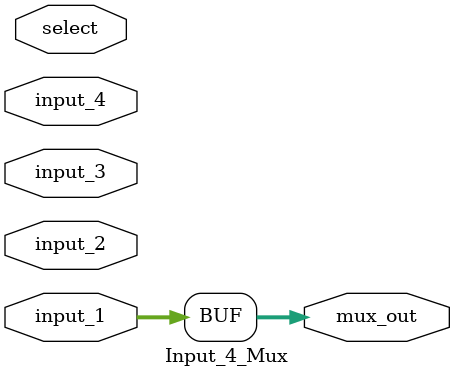
<source format=v>
`timescale 1ns / 1ps
module Input_4_Mux(
    input [3:0] input_1,
    input [3:0] input_2,
    input [3:0] input_3,
    input [3:0] input_4,
    input [1:0] select,
    output [3:0] mux_out
    );
    assign mux_out = input_1;
endmodule

</source>
